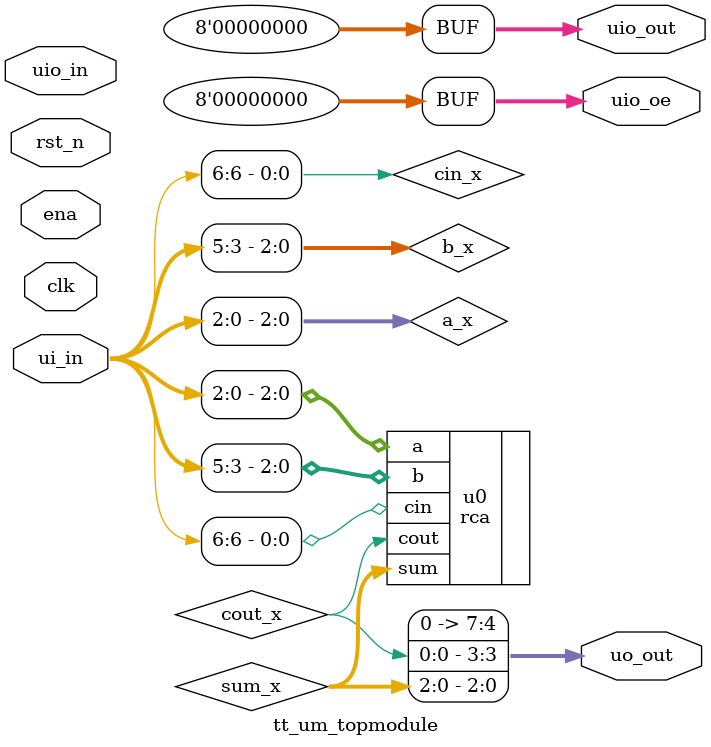
<source format=sv>
module tt_um_topmodule (
    input  wire [7:0] ui_in,    // Dedicated inputs
    output wire [7:0] uo_out,   // Dedicated outputs
    input  wire [7:0] uio_in,   // IOs: Input path
    output wire [7:0] uio_out,  // IOs: Output path
    output wire [7:0] uio_oe,   // IOs: Enable path (active high: 0=input, 1=output)
    input  wire       ena,      // always 1 when the design is powered, so you can ignore it
    input  wire       clk,      // clock
    input  wire       rst_n     // reset_n - low to reset
);

    rca u0 ( // <--- Your module
        .a(a_x),
        .b(b_x),
        .cin(cin_x),
        .sum(sum_x),
        .cout(cout_x)
    );

    // ! DO NOT TOUCH !
    logic [2:0] a_x, b_x, sum_x;
    logic cin_x;
    logic cout_x;

    assign a_x = ui_in[2:0];
    assign b_x = ui_in[5:3];
    assign cin_x = ui_in[6];

    assign uo_out[2:0]  = sum_x;
    assign uo_out[3]    = cout_x;

    assign uo_out[7:4]  = '0;

    assign uio_out      = '0;
    assign uio_oe       = '0;
endmodule

</source>
